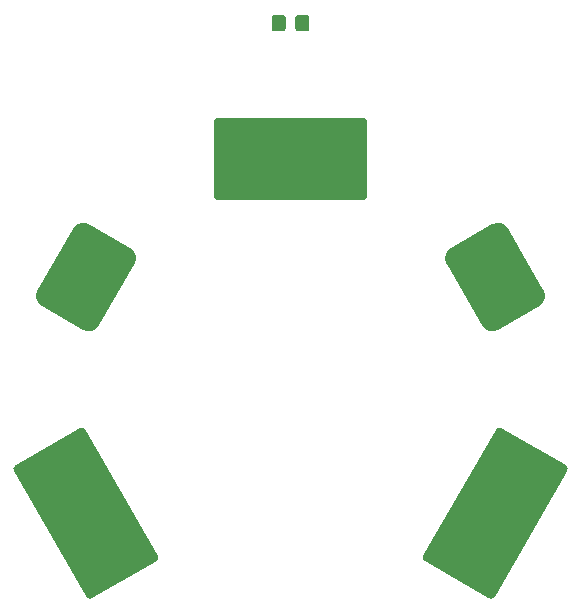
<source format=gtp>
G04 #@! TF.GenerationSoftware,KiCad,Pcbnew,5.1.9+dfsg1-1+deb11u1*
G04 #@! TF.CreationDate,2024-03-01T00:12:53+09:00*
G04 #@! TF.ProjectId,inner,696e6e65-722e-46b6-9963-61645f706362,rev?*
G04 #@! TF.SameCoordinates,Original*
G04 #@! TF.FileFunction,Paste,Top*
G04 #@! TF.FilePolarity,Positive*
%FSLAX46Y46*%
G04 Gerber Fmt 4.6, Leading zero omitted, Abs format (unit mm)*
G04 Created by KiCad (PCBNEW 5.1.9+dfsg1-1+deb11u1) date 2024-03-01 00:12:53*
%MOMM*%
%LPD*%
G01*
G04 APERTURE LIST*
G04 APERTURE END LIST*
G36*
G01*
X168590189Y-92534899D02*
X172050827Y-90536899D01*
G75*
G02*
X173419584Y-90903656I501000J-867757D01*
G01*
X176417584Y-96096344D01*
G75*
G02*
X176050827Y-97465101I-867757J-501000D01*
G01*
X172590189Y-99463101D01*
G75*
G02*
X171221432Y-99096344I-501000J867757D01*
G01*
X168223432Y-93903656D01*
G75*
G02*
X168590189Y-92534899I867757J501000D01*
G01*
G37*
G36*
G01*
X137409811Y-99463101D02*
X133949173Y-97465101D01*
G75*
G02*
X133582416Y-96096344I501000J867757D01*
G01*
X136580416Y-90903656D01*
G75*
G02*
X137949173Y-90536899I867757J-501000D01*
G01*
X141409811Y-92534899D01*
G75*
G02*
X141776568Y-93903656I-501000J-867757D01*
G01*
X138778568Y-99096344D01*
G75*
G02*
X137409811Y-99463101I-867757J501000D01*
G01*
G37*
G36*
G01*
X148500000Y-88150000D02*
X148500000Y-81850000D01*
G75*
G02*
X148850000Y-81500000I350000J0D01*
G01*
X161150000Y-81500000D01*
G75*
G02*
X161500000Y-81850000I0J-350000D01*
G01*
X161500000Y-88150000D01*
G75*
G02*
X161150000Y-88500000I-350000J0D01*
G01*
X148850000Y-88500000D01*
G75*
G02*
X148500000Y-88150000I0J350000D01*
G01*
G37*
G36*
G01*
X172842528Y-107795835D02*
X178298488Y-110945835D01*
G75*
G02*
X178426597Y-111423944I-175000J-303109D01*
G01*
X172276597Y-122076056D01*
G75*
G02*
X171798488Y-122204165I-303109J175000D01*
G01*
X166342528Y-119054165D01*
G75*
G02*
X166214419Y-118576056I175000J303109D01*
G01*
X172364419Y-107923944D01*
G75*
G02*
X172842528Y-107795835I303109J-175000D01*
G01*
G37*
G36*
G01*
X143657472Y-119054165D02*
X138201512Y-122204165D01*
G75*
G02*
X137723403Y-122076056I-175000J303109D01*
G01*
X131573403Y-111423944D01*
G75*
G02*
X131701512Y-110945835I303109J175000D01*
G01*
X137157472Y-107795835D01*
G75*
G02*
X137635581Y-107923944I175000J-303109D01*
G01*
X143785581Y-118576056D01*
G75*
G02*
X143657472Y-119054165I-303109J-175000D01*
G01*
G37*
G36*
G01*
X156600000Y-73049999D02*
X156600000Y-73950001D01*
G75*
G02*
X156350001Y-74200000I-249999J0D01*
G01*
X155649999Y-74200000D01*
G75*
G02*
X155400000Y-73950001I0J249999D01*
G01*
X155400000Y-73049999D01*
G75*
G02*
X155649999Y-72800000I249999J0D01*
G01*
X156350001Y-72800000D01*
G75*
G02*
X156600000Y-73049999I0J-249999D01*
G01*
G37*
G36*
G01*
X154600000Y-73049999D02*
X154600000Y-73950001D01*
G75*
G02*
X154350001Y-74200000I-249999J0D01*
G01*
X153649999Y-74200000D01*
G75*
G02*
X153400000Y-73950001I0J249999D01*
G01*
X153400000Y-73049999D01*
G75*
G02*
X153649999Y-72800000I249999J0D01*
G01*
X154350001Y-72800000D01*
G75*
G02*
X154600000Y-73049999I0J-249999D01*
G01*
G37*
M02*

</source>
